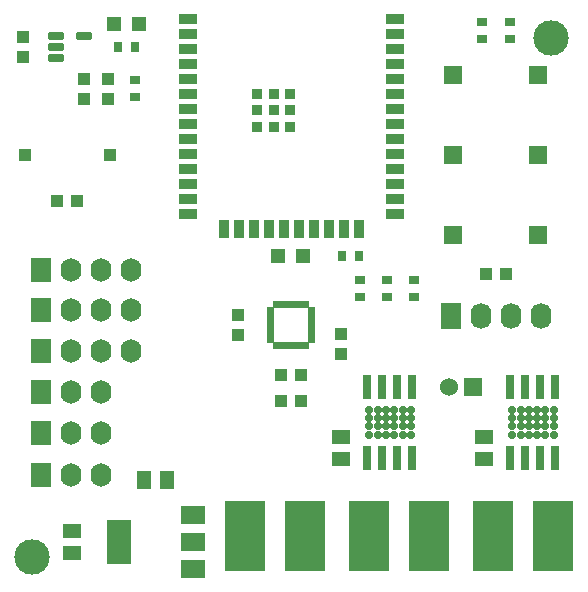
<source format=gbr>
%TF.GenerationSoftware,KiCad,Pcbnew,7.0.1*%
%TF.CreationDate,2023-08-30T02:05:44-03:00*%
%TF.ProjectId,RobotLaberinto_PCB,526f626f-744c-4616-9265-72696e746f5f,rev?*%
%TF.SameCoordinates,Original*%
%TF.FileFunction,Soldermask,Top*%
%TF.FilePolarity,Negative*%
%FSLAX46Y46*%
G04 Gerber Fmt 4.6, Leading zero omitted, Abs format (unit mm)*
G04 Created by KiCad (PCBNEW 7.0.1) date 2023-08-30 02:05:44*
%MOMM*%
%LPD*%
G01*
G04 APERTURE LIST*
G04 Aperture macros list*
%AMRoundRect*
0 Rectangle with rounded corners*
0 $1 Rounding radius*
0 $2 $3 $4 $5 $6 $7 $8 $9 X,Y pos of 4 corners*
0 Add a 4 corners polygon primitive as box body*
4,1,4,$2,$3,$4,$5,$6,$7,$8,$9,$2,$3,0*
0 Add four circle primitives for the rounded corners*
1,1,$1+$1,$2,$3*
1,1,$1+$1,$4,$5*
1,1,$1+$1,$6,$7*
1,1,$1+$1,$8,$9*
0 Add four rect primitives between the rounded corners*
20,1,$1+$1,$2,$3,$4,$5,0*
20,1,$1+$1,$4,$5,$6,$7,0*
20,1,$1+$1,$6,$7,$8,$9,0*
20,1,$1+$1,$8,$9,$2,$3,0*%
G04 Aperture macros list end*
%ADD10C,0.010000*%
%ADD11R,1.498600X1.300480*%
%ADD12C,2.999740*%
%ADD13R,2.000000X1.500000*%
%ADD14R,2.000000X3.800000*%
%ADD15R,0.900000X0.650000*%
%ADD16R,1.000000X1.100000*%
%ADD17R,1.300480X1.498600*%
%ADD18R,1.198880X1.198880*%
%ADD19R,1.100000X1.000000*%
%ADD20C,0.700000*%
%ADD21R,3.500000X5.960000*%
%ADD22R,1.750000X2.000000*%
%ADD23O,1.750000X2.000000*%
%ADD24R,1.500000X1.500000*%
%ADD25R,0.711200X2.000000*%
%ADD26R,1.000760X1.000760*%
%ADD27R,0.650000X0.900000*%
%ADD28R,1.524000X1.524000*%
%ADD29C,1.524000*%
%ADD30RoundRect,0.060000X-0.615000X0.240000X-0.615000X-0.240000X0.615000X-0.240000X0.615000X0.240000X0*%
%ADD31R,1.500000X0.900000*%
%ADD32R,0.900000X1.500000*%
%ADD33R,0.900000X0.900000*%
%ADD34R,1.750000X2.200000*%
%ADD35O,1.750000X2.200000*%
G04 APERTURE END LIST*
%TO.C,U2*%
D10*
X136375000Y-105845000D02*
X135925000Y-105845000D01*
X135925000Y-105345000D01*
X136375000Y-105345000D01*
X136375000Y-105845000D01*
G36*
X136375000Y-105845000D02*
G01*
X135925000Y-105845000D01*
X135925000Y-105345000D01*
X136375000Y-105345000D01*
X136375000Y-105845000D01*
G37*
X135875000Y-105845000D02*
X135425000Y-105845000D01*
X135425000Y-105345000D01*
X135875000Y-105345000D01*
X135875000Y-105845000D01*
G36*
X135875000Y-105845000D02*
G01*
X135425000Y-105845000D01*
X135425000Y-105345000D01*
X135875000Y-105345000D01*
X135875000Y-105845000D01*
G37*
X135375000Y-105845000D02*
X134925000Y-105845000D01*
X134925000Y-105345000D01*
X135375000Y-105345000D01*
X135375000Y-105845000D01*
G36*
X135375000Y-105845000D02*
G01*
X134925000Y-105845000D01*
X134925000Y-105345000D01*
X135375000Y-105345000D01*
X135375000Y-105845000D01*
G37*
X134875000Y-105845000D02*
X134425000Y-105845000D01*
X134425000Y-105345000D01*
X134875000Y-105345000D01*
X134875000Y-105845000D01*
G36*
X134875000Y-105845000D02*
G01*
X134425000Y-105845000D01*
X134425000Y-105345000D01*
X134875000Y-105345000D01*
X134875000Y-105845000D01*
G37*
X134375000Y-105845000D02*
X133925000Y-105845000D01*
X133925000Y-105345000D01*
X134375000Y-105345000D01*
X134375000Y-105845000D01*
G36*
X134375000Y-105845000D02*
G01*
X133925000Y-105845000D01*
X133925000Y-105345000D01*
X134375000Y-105345000D01*
X134375000Y-105845000D01*
G37*
X133875000Y-105845000D02*
X133425000Y-105845000D01*
X133425000Y-105345000D01*
X133875000Y-105345000D01*
X133875000Y-105845000D01*
G36*
X133875000Y-105845000D02*
G01*
X133425000Y-105845000D01*
X133425000Y-105345000D01*
X133875000Y-105345000D01*
X133875000Y-105845000D01*
G37*
X136885000Y-106305000D02*
X136385000Y-106305000D01*
X136385000Y-105855000D01*
X136885000Y-105855000D01*
X136885000Y-106305000D01*
G36*
X136885000Y-106305000D02*
G01*
X136385000Y-106305000D01*
X136385000Y-105855000D01*
X136885000Y-105855000D01*
X136885000Y-106305000D01*
G37*
X133415000Y-106305000D02*
X132915000Y-106305000D01*
X132915000Y-105855000D01*
X133415000Y-105855000D01*
X133415000Y-106305000D01*
G36*
X133415000Y-106305000D02*
G01*
X132915000Y-106305000D01*
X132915000Y-105855000D01*
X133415000Y-105855000D01*
X133415000Y-106305000D01*
G37*
X136885000Y-106805000D02*
X136385000Y-106805000D01*
X136385000Y-106355000D01*
X136885000Y-106355000D01*
X136885000Y-106805000D01*
G36*
X136885000Y-106805000D02*
G01*
X136385000Y-106805000D01*
X136385000Y-106355000D01*
X136885000Y-106355000D01*
X136885000Y-106805000D01*
G37*
X133415000Y-106805000D02*
X132915000Y-106805000D01*
X132915000Y-106355000D01*
X133415000Y-106355000D01*
X133415000Y-106805000D01*
G36*
X133415000Y-106805000D02*
G01*
X132915000Y-106805000D01*
X132915000Y-106355000D01*
X133415000Y-106355000D01*
X133415000Y-106805000D01*
G37*
X136885000Y-107305000D02*
X136385000Y-107305000D01*
X136385000Y-106855000D01*
X136885000Y-106855000D01*
X136885000Y-107305000D01*
G36*
X136885000Y-107305000D02*
G01*
X136385000Y-107305000D01*
X136385000Y-106855000D01*
X136885000Y-106855000D01*
X136885000Y-107305000D01*
G37*
X133415000Y-107305000D02*
X132915000Y-107305000D01*
X132915000Y-106855000D01*
X133415000Y-106855000D01*
X133415000Y-107305000D01*
G36*
X133415000Y-107305000D02*
G01*
X132915000Y-107305000D01*
X132915000Y-106855000D01*
X133415000Y-106855000D01*
X133415000Y-107305000D01*
G37*
X136885000Y-107805000D02*
X136385000Y-107805000D01*
X136385000Y-107355000D01*
X136885000Y-107355000D01*
X136885000Y-107805000D01*
G36*
X136885000Y-107805000D02*
G01*
X136385000Y-107805000D01*
X136385000Y-107355000D01*
X136885000Y-107355000D01*
X136885000Y-107805000D01*
G37*
X133415000Y-107805000D02*
X132915000Y-107805000D01*
X132915000Y-107355000D01*
X133415000Y-107355000D01*
X133415000Y-107805000D01*
G36*
X133415000Y-107805000D02*
G01*
X132915000Y-107805000D01*
X132915000Y-107355000D01*
X133415000Y-107355000D01*
X133415000Y-107805000D01*
G37*
X136885000Y-108305000D02*
X136385000Y-108305000D01*
X136385000Y-107855000D01*
X136885000Y-107855000D01*
X136885000Y-108305000D01*
G36*
X136885000Y-108305000D02*
G01*
X136385000Y-108305000D01*
X136385000Y-107855000D01*
X136885000Y-107855000D01*
X136885000Y-108305000D01*
G37*
X133415000Y-108305000D02*
X132915000Y-108305000D01*
X132915000Y-107855000D01*
X133415000Y-107855000D01*
X133415000Y-108305000D01*
G36*
X133415000Y-108305000D02*
G01*
X132915000Y-108305000D01*
X132915000Y-107855000D01*
X133415000Y-107855000D01*
X133415000Y-108305000D01*
G37*
X136885000Y-108805000D02*
X136385000Y-108805000D01*
X136385000Y-108355000D01*
X136885000Y-108355000D01*
X136885000Y-108805000D01*
G36*
X136885000Y-108805000D02*
G01*
X136385000Y-108805000D01*
X136385000Y-108355000D01*
X136885000Y-108355000D01*
X136885000Y-108805000D01*
G37*
X133415000Y-108805000D02*
X132915000Y-108805000D01*
X132915000Y-108355000D01*
X133415000Y-108355000D01*
X133415000Y-108805000D01*
G36*
X133415000Y-108805000D02*
G01*
X132915000Y-108805000D01*
X132915000Y-108355000D01*
X133415000Y-108355000D01*
X133415000Y-108805000D01*
G37*
X136375000Y-109315000D02*
X135925000Y-109315000D01*
X135925000Y-108815000D01*
X136375000Y-108815000D01*
X136375000Y-109315000D01*
G36*
X136375000Y-109315000D02*
G01*
X135925000Y-109315000D01*
X135925000Y-108815000D01*
X136375000Y-108815000D01*
X136375000Y-109315000D01*
G37*
X135875000Y-109315000D02*
X135425000Y-109315000D01*
X135425000Y-108815000D01*
X135875000Y-108815000D01*
X135875000Y-109315000D01*
G36*
X135875000Y-109315000D02*
G01*
X135425000Y-109315000D01*
X135425000Y-108815000D01*
X135875000Y-108815000D01*
X135875000Y-109315000D01*
G37*
X135375000Y-109315000D02*
X134925000Y-109315000D01*
X134925000Y-108815000D01*
X135375000Y-108815000D01*
X135375000Y-109315000D01*
G36*
X135375000Y-109315000D02*
G01*
X134925000Y-109315000D01*
X134925000Y-108815000D01*
X135375000Y-108815000D01*
X135375000Y-109315000D01*
G37*
X134875000Y-109315000D02*
X134425000Y-109315000D01*
X134425000Y-108815000D01*
X134875000Y-108815000D01*
X134875000Y-109315000D01*
G36*
X134875000Y-109315000D02*
G01*
X134425000Y-109315000D01*
X134425000Y-108815000D01*
X134875000Y-108815000D01*
X134875000Y-109315000D01*
G37*
X134375000Y-109315000D02*
X133925000Y-109315000D01*
X133925000Y-108815000D01*
X134375000Y-108815000D01*
X134375000Y-109315000D01*
G36*
X134375000Y-109315000D02*
G01*
X133925000Y-109315000D01*
X133925000Y-108815000D01*
X134375000Y-108815000D01*
X134375000Y-109315000D01*
G37*
X133875000Y-109315000D02*
X133425000Y-109315000D01*
X133425000Y-108815000D01*
X133875000Y-108815000D01*
X133875000Y-109315000D01*
G36*
X133875000Y-109315000D02*
G01*
X133425000Y-109315000D01*
X133425000Y-108815000D01*
X133875000Y-108815000D01*
X133875000Y-109315000D01*
G37*
%TD*%
D11*
%TO.C,C6*%
X116400000Y-124747500D03*
X116400000Y-126652500D03*
%TD*%
D12*
%TO.C,H1*%
X157000000Y-83000000D03*
%TD*%
D11*
%TO.C,C2*%
X139185000Y-118699100D03*
X139185000Y-116794100D03*
%TD*%
D13*
%TO.C,U3*%
X126650000Y-128000000D03*
X126650000Y-125700000D03*
D14*
X120350000Y-125700000D03*
D13*
X126650000Y-123400000D03*
%TD*%
D15*
%TO.C,R9*%
X121780000Y-88045000D03*
X121780000Y-86595000D03*
%TD*%
D16*
%TO.C,C16*%
X130500000Y-108180000D03*
X130500000Y-106480000D03*
%TD*%
%TO.C,C14*%
X119500000Y-88200000D03*
X119500000Y-86500000D03*
%TD*%
D17*
%TO.C,C4*%
X122547500Y-120500000D03*
X124452500Y-120500000D03*
%TD*%
D18*
%TO.C,LED1*%
X120000000Y-81890000D03*
X122098040Y-81890000D03*
%TD*%
D19*
%TO.C,C10*%
X153150000Y-103000000D03*
X151450000Y-103000000D03*
%TD*%
D20*
%TO.C,J7*%
X130200000Y-122580000D03*
X130200000Y-123200000D03*
X130200000Y-123800000D03*
X130200000Y-124420000D03*
X130800000Y-122580000D03*
X130800000Y-123200000D03*
X130800000Y-123800000D03*
X130800000Y-124420000D03*
D21*
X131060000Y-125180000D03*
D20*
X131400000Y-122560000D03*
X131400000Y-123180000D03*
X131400000Y-123780000D03*
X131400000Y-124400000D03*
X132000000Y-122580000D03*
X132000000Y-123200000D03*
X132000000Y-123800000D03*
X132000000Y-124420000D03*
X135300000Y-122580000D03*
X135300000Y-123200000D03*
X135300000Y-123800000D03*
X135300000Y-124420000D03*
X135900000Y-122580000D03*
X135900000Y-123200000D03*
X135900000Y-123800000D03*
X135900000Y-124420000D03*
D21*
X136140000Y-125180000D03*
D20*
X136500000Y-122580000D03*
X136500000Y-123200000D03*
X136500000Y-123800000D03*
X136500000Y-124420000D03*
X137100000Y-122580000D03*
X137100000Y-123200000D03*
X137100000Y-123800000D03*
X137100000Y-124420000D03*
%TD*%
D19*
%TO.C,C8*%
X135770000Y-113760000D03*
X134070000Y-113760000D03*
%TD*%
D22*
%TO.C,J3*%
X113780000Y-109500000D03*
D23*
X116320000Y-109500000D03*
X118860000Y-109500000D03*
X121400000Y-109500000D03*
%TD*%
D24*
%TO.C,Switch1*%
X155899180Y-92950000D03*
X148700820Y-92950000D03*
%TD*%
D15*
%TO.C,R7*%
X143100000Y-103527500D03*
X143100000Y-104977500D03*
%TD*%
D25*
%TO.C,U6*%
X145200000Y-112626600D03*
D20*
X145095000Y-116626600D03*
X145095000Y-115926600D03*
X145095000Y-115226600D03*
X145095000Y-114526600D03*
X144395000Y-116626600D03*
X144395000Y-115926600D03*
X144395000Y-115226600D03*
X144395000Y-114526600D03*
X143695000Y-116626600D03*
X143695000Y-115926600D03*
X143695000Y-115226600D03*
X143695000Y-114526600D03*
X142995000Y-116626600D03*
X142995000Y-115926600D03*
X142995000Y-115226600D03*
X142995000Y-114526600D03*
X142295000Y-116626600D03*
X142295000Y-115926600D03*
X142295000Y-115226600D03*
X142295000Y-114526600D03*
X141595000Y-116626600D03*
X141595000Y-115926600D03*
X141595000Y-115226600D03*
X141595000Y-114526600D03*
D25*
X143930000Y-112626600D03*
X142660000Y-112626600D03*
X141390000Y-112626600D03*
X141390000Y-118626600D03*
X142660000Y-118626600D03*
X143930000Y-118626600D03*
X145200000Y-118626600D03*
%TD*%
D22*
%TO.C,J6*%
X113760000Y-120000000D03*
D23*
X116300000Y-120000000D03*
X118840000Y-120000000D03*
%TD*%
D15*
%TO.C,R8*%
X145400000Y-104977500D03*
X145400000Y-103527500D03*
%TD*%
D16*
%TO.C,C12*%
X112300000Y-84640000D03*
X112300000Y-82940000D03*
%TD*%
D24*
%TO.C,Star1*%
X155899180Y-86200000D03*
X148700820Y-86200000D03*
%TD*%
D19*
%TO.C,C11*%
X115150000Y-96800000D03*
X116850000Y-96800000D03*
%TD*%
D20*
%TO.C,J8*%
X140700000Y-122580000D03*
X140700000Y-123200000D03*
X140700000Y-123800000D03*
X140700000Y-124420000D03*
X141300000Y-122580000D03*
X141300000Y-123200000D03*
X141300000Y-123800000D03*
X141300000Y-124420000D03*
D21*
X141560000Y-125180000D03*
D20*
X141900000Y-122560000D03*
X141900000Y-123180000D03*
X141900000Y-123780000D03*
X141900000Y-124400000D03*
X142500000Y-122580000D03*
X142500000Y-123200000D03*
X142500000Y-123800000D03*
X142500000Y-124420000D03*
X145800000Y-122580000D03*
X145800000Y-123200000D03*
X145800000Y-123800000D03*
X145800000Y-124420000D03*
X146400000Y-122580000D03*
X146400000Y-123200000D03*
X146400000Y-123800000D03*
X146400000Y-124420000D03*
D21*
X146640000Y-125180000D03*
D20*
X147000000Y-122580000D03*
X147000000Y-123200000D03*
X147000000Y-123800000D03*
X147000000Y-124420000D03*
X147600000Y-122580000D03*
X147600000Y-123200000D03*
X147600000Y-123800000D03*
X147600000Y-124420000D03*
%TD*%
D18*
%TO.C,LED2*%
X135949020Y-101500000D03*
X133850980Y-101500000D03*
%TD*%
D22*
%TO.C,J4*%
X113760000Y-113000000D03*
D23*
X116300000Y-113000000D03*
X118840000Y-113000000D03*
%TD*%
D20*
%TO.C,J9*%
X151200000Y-122580000D03*
X151200000Y-123200000D03*
X151200000Y-123800000D03*
X151200000Y-124420000D03*
X151800000Y-122580000D03*
X151800000Y-123200000D03*
X151800000Y-123800000D03*
X151800000Y-124420000D03*
D21*
X152060000Y-125180000D03*
D20*
X152400000Y-122560000D03*
X152400000Y-123180000D03*
X152400000Y-123780000D03*
X152400000Y-124400000D03*
X153000000Y-122580000D03*
X153000000Y-123200000D03*
X153000000Y-123800000D03*
X153000000Y-124420000D03*
X156300000Y-122580000D03*
X156300000Y-123200000D03*
X156300000Y-123800000D03*
X156300000Y-124420000D03*
X156900000Y-122580000D03*
X156900000Y-123200000D03*
X156900000Y-123800000D03*
X156900000Y-124420000D03*
D21*
X157140000Y-125180000D03*
D20*
X157500000Y-122580000D03*
X157500000Y-123200000D03*
X157500000Y-123800000D03*
X157500000Y-124420000D03*
X158100000Y-122580000D03*
X158100000Y-123200000D03*
X158100000Y-123800000D03*
X158100000Y-124420000D03*
%TD*%
D26*
%TO.C,EN1*%
X112400820Y-92950000D03*
X119599180Y-92950000D03*
%TD*%
D19*
%TO.C,C9*%
X135770000Y-111600000D03*
X134070000Y-111600000D03*
%TD*%
D27*
%TO.C,R2*%
X139265000Y-101500000D03*
X140715000Y-101500000D03*
%TD*%
D24*
%TO.C,BOOT1*%
X155899180Y-99700000D03*
X148700820Y-99700000D03*
%TD*%
D22*
%TO.C,J2*%
X113780000Y-106100000D03*
D23*
X116320000Y-106100000D03*
X118860000Y-106100000D03*
X121400000Y-106100000D03*
%TD*%
D16*
%TO.C,C15*%
X139200000Y-109780000D03*
X139200000Y-108080000D03*
%TD*%
D15*
%TO.C,R6*%
X140800000Y-103527500D03*
X140800000Y-104977500D03*
%TD*%
D12*
%TO.C,H2*%
X113000000Y-127000000D03*
%TD*%
D28*
%TO.C,C1*%
X150345000Y-112600000D03*
D29*
X148345000Y-112600000D03*
%TD*%
D27*
%TO.C,R1*%
X121774020Y-83790000D03*
X120324020Y-83790000D03*
%TD*%
D22*
%TO.C,J5*%
X113760000Y-116500000D03*
D23*
X116300000Y-116500000D03*
X118840000Y-116500000D03*
%TD*%
D30*
%TO.C,U4*%
X115015000Y-82840000D03*
X115015000Y-83790000D03*
X115015000Y-84740000D03*
X117385000Y-82840000D03*
%TD*%
D15*
%TO.C,R4*%
X153490000Y-83155000D03*
X153490000Y-81705000D03*
%TD*%
D31*
%TO.C,U1*%
X126250000Y-82691750D03*
X126250000Y-85231750D03*
X126250000Y-86501750D03*
X126250000Y-83961750D03*
X126250000Y-87771750D03*
X126250000Y-89041750D03*
X126250000Y-90311750D03*
X126250000Y-91581750D03*
X126250000Y-92851750D03*
X126250000Y-94121750D03*
X126250000Y-95391750D03*
X126250000Y-96661750D03*
X126250000Y-97931750D03*
D32*
X130555000Y-99181750D03*
X139445000Y-99181750D03*
X140715000Y-99181750D03*
D31*
X143750000Y-97931750D03*
X143750000Y-96661750D03*
X143750000Y-95391750D03*
X143750000Y-94121750D03*
D32*
X131825000Y-99181750D03*
X133095000Y-99181750D03*
X134365000Y-99181750D03*
X135635000Y-99181750D03*
X136905000Y-99181750D03*
X138175000Y-99181750D03*
D31*
X143750000Y-92851750D03*
X143750000Y-91581750D03*
X143750000Y-82691750D03*
X143750000Y-90311750D03*
X143750000Y-83961750D03*
X143750000Y-86501750D03*
X143750000Y-85231750D03*
X143750000Y-87771750D03*
X126250000Y-81421750D03*
D32*
X129285000Y-99181750D03*
D33*
X132100000Y-87741750D03*
X132100000Y-89141750D03*
X132100000Y-90541750D03*
X133500000Y-87741750D03*
X133500000Y-89141750D03*
X133500000Y-90541750D03*
X134900000Y-87741750D03*
X134900000Y-89141750D03*
X134900000Y-90541750D03*
D31*
X143750000Y-81421750D03*
X143750000Y-89041750D03*
%TD*%
D15*
%TO.C,R3*%
X151130000Y-83155000D03*
X151130000Y-81705000D03*
%TD*%
D25*
%TO.C,U5*%
X157300000Y-112626600D03*
D20*
X157195000Y-116626600D03*
X157195000Y-115926600D03*
X157195000Y-115226600D03*
X157195000Y-114526600D03*
X156495000Y-116626600D03*
X156495000Y-115926600D03*
X156495000Y-115226600D03*
X156495000Y-114526600D03*
X155795000Y-116626600D03*
X155795000Y-115926600D03*
X155795000Y-115226600D03*
X155795000Y-114526600D03*
X155095000Y-116626600D03*
X155095000Y-115926600D03*
X155095000Y-115226600D03*
X155095000Y-114526600D03*
X154395000Y-116626600D03*
X154395000Y-115926600D03*
X154395000Y-115226600D03*
X154395000Y-114526600D03*
X153695000Y-116626600D03*
X153695000Y-115926600D03*
X153695000Y-115226600D03*
X153695000Y-114526600D03*
D25*
X156030000Y-112626600D03*
X154760000Y-112626600D03*
X153490000Y-112626600D03*
X153490000Y-118626600D03*
X154760000Y-118626600D03*
X156030000Y-118626600D03*
X157300000Y-118626600D03*
%TD*%
D16*
%TO.C,C13*%
X117390000Y-88200000D03*
X117390000Y-86500000D03*
%TD*%
D22*
%TO.C,J1*%
X113780000Y-102700000D03*
D23*
X116320000Y-102700000D03*
X118860000Y-102700000D03*
X121400000Y-102700000D03*
%TD*%
D34*
%TO.C,Programador1*%
X148490000Y-106600000D03*
D35*
X151030000Y-106600000D03*
X153570000Y-106600000D03*
X156110000Y-106600000D03*
%TD*%
D11*
%TO.C,C3*%
X151295000Y-118699100D03*
X151295000Y-116794100D03*
%TD*%
M02*

</source>
